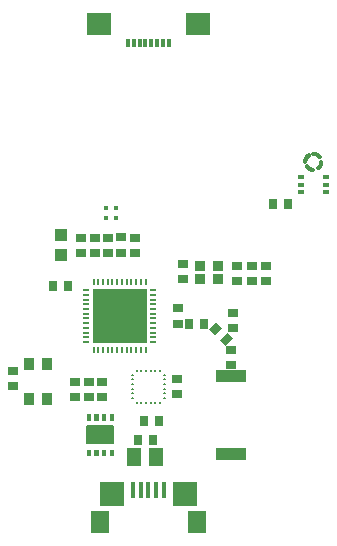
<source format=gtp>
G75*
%MOIN*%
%OFA0B0*%
%FSLAX25Y25*%
%IPPOS*%
%LPD*%
%AMOC8*
5,1,8,0,0,1.08239X$1,22.5*
%
%ADD10R,0.02756X0.03543*%
%ADD11R,0.03543X0.02756*%
%ADD12R,0.01969X0.00787*%
%ADD13R,0.00787X0.01969*%
%ADD14R,0.18110X0.18110*%
%ADD15R,0.04331X0.03937*%
%ADD16R,0.05118X0.05906*%
%ADD17C,0.00630*%
%ADD18C,0.00118*%
%ADD19R,0.03543X0.03937*%
%ADD20R,0.10000X0.04000*%
%ADD21R,0.01772X0.01772*%
%ADD22R,0.03740X0.03346*%
%ADD23R,0.08268X0.07874*%
%ADD24R,0.06299X0.07480*%
%ADD25R,0.01575X0.05315*%
%ADD26C,0.00787*%
%ADD27R,0.01181X0.03150*%
%ADD28R,0.07874X0.07480*%
%ADD29R,0.02362X0.01575*%
%ADD30C,0.01181*%
%ADD31R,0.00394X0.00394*%
D10*
X0088541Y0071550D03*
X0093659Y0071550D03*
G36*
X0101233Y0068654D02*
X0103182Y0066705D01*
X0100679Y0064202D01*
X0098730Y0066151D01*
X0101233Y0068654D01*
G37*
G36*
X0097614Y0072273D02*
X0099563Y0070324D01*
X0097060Y0067821D01*
X0095111Y0069770D01*
X0097614Y0072273D01*
G37*
X0043241Y0084350D03*
X0048359Y0084350D03*
X0078559Y0039333D03*
X0073441Y0039333D03*
X0076559Y0032750D03*
X0071441Y0032750D03*
X0121559Y0111500D03*
X0116441Y0111500D03*
D11*
X0085000Y0076709D03*
X0085000Y0071591D03*
X0109400Y0091009D03*
X0109400Y0085891D03*
X0114300Y0091009D03*
X0114300Y0085891D03*
X0104400Y0085891D03*
X0104400Y0091009D03*
X0086400Y0091609D03*
X0086400Y0086491D03*
X0057350Y0100259D03*
X0057350Y0095141D03*
X0052550Y0100259D03*
X0052550Y0095141D03*
X0059700Y0052209D03*
X0059700Y0047091D03*
X0050600Y0052209D03*
X0050600Y0047091D03*
X0055100Y0052209D03*
X0055100Y0047091D03*
X0030000Y0050691D03*
X0030000Y0055809D03*
X0070550Y0095191D03*
X0070550Y0100309D03*
X0061650Y0095191D03*
X0061650Y0100309D03*
X0065950Y0095241D03*
X0065950Y0100359D03*
X0102500Y0062809D03*
X0102500Y0057691D03*
X0103100Y0075309D03*
X0103100Y0070191D03*
X0084500Y0053309D03*
X0084500Y0048191D03*
D12*
X0054180Y0082811D03*
X0054180Y0081237D03*
X0054180Y0079662D03*
X0054180Y0078087D03*
X0054180Y0076512D03*
X0054180Y0074937D03*
X0054180Y0073363D03*
X0054180Y0071788D03*
X0054180Y0070213D03*
X0054180Y0068638D03*
X0054180Y0067063D03*
X0054180Y0065489D03*
X0076620Y0065489D03*
X0076620Y0067063D03*
X0076620Y0068638D03*
X0076620Y0070213D03*
X0076620Y0071788D03*
X0076620Y0073363D03*
X0076620Y0074937D03*
X0076620Y0076512D03*
X0076620Y0078087D03*
X0076620Y0079662D03*
X0076620Y0081237D03*
X0076620Y0082811D03*
D13*
X0056739Y0062930D03*
X0058313Y0062930D03*
X0059888Y0062930D03*
X0061463Y0062930D03*
X0063038Y0062930D03*
X0064613Y0062930D03*
X0066187Y0062930D03*
X0067762Y0062930D03*
X0069337Y0062930D03*
X0070912Y0062930D03*
X0072487Y0062930D03*
X0074061Y0062930D03*
X0074061Y0085370D03*
X0072487Y0085370D03*
X0070912Y0085370D03*
X0069337Y0085370D03*
X0067762Y0085370D03*
X0066187Y0085370D03*
X0064613Y0085370D03*
X0063038Y0085370D03*
X0061463Y0085370D03*
X0059888Y0085370D03*
X0058313Y0085370D03*
X0056739Y0085370D03*
D14*
X0065400Y0074150D03*
D15*
X0045850Y0094654D03*
X0045850Y0101346D03*
D16*
X0077640Y0027050D03*
X0070160Y0027050D03*
D17*
X0063209Y0037384D02*
X0063209Y0031716D01*
X0054391Y0031716D01*
X0054391Y0037384D01*
X0063209Y0037384D01*
X0063209Y0032345D02*
X0054391Y0032345D01*
X0054391Y0032974D02*
X0063209Y0032974D01*
X0063209Y0033603D02*
X0054391Y0033603D01*
X0054391Y0034232D02*
X0063209Y0034232D01*
X0063209Y0034861D02*
X0054391Y0034861D01*
X0054391Y0035490D02*
X0063209Y0035490D01*
X0063209Y0036119D02*
X0054391Y0036119D01*
X0054391Y0036748D02*
X0063209Y0036748D01*
X0063209Y0037377D02*
X0054391Y0037377D01*
D18*
X0055492Y0029569D02*
X0055492Y0027719D01*
X0054430Y0027719D01*
X0054430Y0029569D01*
X0055492Y0029569D01*
X0055492Y0027836D02*
X0054430Y0027836D01*
X0054430Y0027953D02*
X0055492Y0027953D01*
X0055492Y0028070D02*
X0054430Y0028070D01*
X0054430Y0028187D02*
X0055492Y0028187D01*
X0055492Y0028304D02*
X0054430Y0028304D01*
X0054430Y0028421D02*
X0055492Y0028421D01*
X0055492Y0028538D02*
X0054430Y0028538D01*
X0054430Y0028655D02*
X0055492Y0028655D01*
X0055492Y0028772D02*
X0054430Y0028772D01*
X0054430Y0028889D02*
X0055492Y0028889D01*
X0055492Y0029006D02*
X0054430Y0029006D01*
X0054430Y0029123D02*
X0055492Y0029123D01*
X0055492Y0029240D02*
X0054430Y0029240D01*
X0054430Y0029357D02*
X0055492Y0029357D01*
X0055492Y0029474D02*
X0054430Y0029474D01*
X0058051Y0029569D02*
X0058051Y0027719D01*
X0056989Y0027719D01*
X0056989Y0029569D01*
X0058051Y0029569D01*
X0058051Y0027836D02*
X0056989Y0027836D01*
X0056989Y0027953D02*
X0058051Y0027953D01*
X0058051Y0028070D02*
X0056989Y0028070D01*
X0056989Y0028187D02*
X0058051Y0028187D01*
X0058051Y0028304D02*
X0056989Y0028304D01*
X0056989Y0028421D02*
X0058051Y0028421D01*
X0058051Y0028538D02*
X0056989Y0028538D01*
X0056989Y0028655D02*
X0058051Y0028655D01*
X0058051Y0028772D02*
X0056989Y0028772D01*
X0056989Y0028889D02*
X0058051Y0028889D01*
X0058051Y0029006D02*
X0056989Y0029006D01*
X0056989Y0029123D02*
X0058051Y0029123D01*
X0058051Y0029240D02*
X0056989Y0029240D01*
X0056989Y0029357D02*
X0058051Y0029357D01*
X0058051Y0029474D02*
X0056989Y0029474D01*
X0060611Y0029569D02*
X0060611Y0027719D01*
X0059549Y0027719D01*
X0059549Y0029569D01*
X0060611Y0029569D01*
X0060611Y0027836D02*
X0059549Y0027836D01*
X0059549Y0027953D02*
X0060611Y0027953D01*
X0060611Y0028070D02*
X0059549Y0028070D01*
X0059549Y0028187D02*
X0060611Y0028187D01*
X0060611Y0028304D02*
X0059549Y0028304D01*
X0059549Y0028421D02*
X0060611Y0028421D01*
X0060611Y0028538D02*
X0059549Y0028538D01*
X0059549Y0028655D02*
X0060611Y0028655D01*
X0060611Y0028772D02*
X0059549Y0028772D01*
X0059549Y0028889D02*
X0060611Y0028889D01*
X0060611Y0029006D02*
X0059549Y0029006D01*
X0059549Y0029123D02*
X0060611Y0029123D01*
X0060611Y0029240D02*
X0059549Y0029240D01*
X0059549Y0029357D02*
X0060611Y0029357D01*
X0060611Y0029474D02*
X0059549Y0029474D01*
X0063170Y0029569D02*
X0063170Y0027719D01*
X0062108Y0027719D01*
X0062108Y0029569D01*
X0063170Y0029569D01*
X0063170Y0027836D02*
X0062108Y0027836D01*
X0062108Y0027953D02*
X0063170Y0027953D01*
X0063170Y0028070D02*
X0062108Y0028070D01*
X0062108Y0028187D02*
X0063170Y0028187D01*
X0063170Y0028304D02*
X0062108Y0028304D01*
X0062108Y0028421D02*
X0063170Y0028421D01*
X0063170Y0028538D02*
X0062108Y0028538D01*
X0062108Y0028655D02*
X0063170Y0028655D01*
X0063170Y0028772D02*
X0062108Y0028772D01*
X0062108Y0028889D02*
X0063170Y0028889D01*
X0063170Y0029006D02*
X0062108Y0029006D01*
X0062108Y0029123D02*
X0063170Y0029123D01*
X0063170Y0029240D02*
X0062108Y0029240D01*
X0062108Y0029357D02*
X0063170Y0029357D01*
X0063170Y0029474D02*
X0062108Y0029474D01*
X0063170Y0041381D02*
X0063170Y0039531D01*
X0062108Y0039531D01*
X0062108Y0041381D01*
X0063170Y0041381D01*
X0063170Y0039648D02*
X0062108Y0039648D01*
X0062108Y0039765D02*
X0063170Y0039765D01*
X0063170Y0039882D02*
X0062108Y0039882D01*
X0062108Y0039999D02*
X0063170Y0039999D01*
X0063170Y0040116D02*
X0062108Y0040116D01*
X0062108Y0040233D02*
X0063170Y0040233D01*
X0063170Y0040350D02*
X0062108Y0040350D01*
X0062108Y0040467D02*
X0063170Y0040467D01*
X0063170Y0040584D02*
X0062108Y0040584D01*
X0062108Y0040701D02*
X0063170Y0040701D01*
X0063170Y0040818D02*
X0062108Y0040818D01*
X0062108Y0040935D02*
X0063170Y0040935D01*
X0063170Y0041052D02*
X0062108Y0041052D01*
X0062108Y0041169D02*
X0063170Y0041169D01*
X0063170Y0041286D02*
X0062108Y0041286D01*
X0060611Y0041381D02*
X0060611Y0039531D01*
X0059549Y0039531D01*
X0059549Y0041381D01*
X0060611Y0041381D01*
X0060611Y0039648D02*
X0059549Y0039648D01*
X0059549Y0039765D02*
X0060611Y0039765D01*
X0060611Y0039882D02*
X0059549Y0039882D01*
X0059549Y0039999D02*
X0060611Y0039999D01*
X0060611Y0040116D02*
X0059549Y0040116D01*
X0059549Y0040233D02*
X0060611Y0040233D01*
X0060611Y0040350D02*
X0059549Y0040350D01*
X0059549Y0040467D02*
X0060611Y0040467D01*
X0060611Y0040584D02*
X0059549Y0040584D01*
X0059549Y0040701D02*
X0060611Y0040701D01*
X0060611Y0040818D02*
X0059549Y0040818D01*
X0059549Y0040935D02*
X0060611Y0040935D01*
X0060611Y0041052D02*
X0059549Y0041052D01*
X0059549Y0041169D02*
X0060611Y0041169D01*
X0060611Y0041286D02*
X0059549Y0041286D01*
X0058051Y0041381D02*
X0058051Y0039531D01*
X0056989Y0039531D01*
X0056989Y0041381D01*
X0058051Y0041381D01*
X0058051Y0039648D02*
X0056989Y0039648D01*
X0056989Y0039765D02*
X0058051Y0039765D01*
X0058051Y0039882D02*
X0056989Y0039882D01*
X0056989Y0039999D02*
X0058051Y0039999D01*
X0058051Y0040116D02*
X0056989Y0040116D01*
X0056989Y0040233D02*
X0058051Y0040233D01*
X0058051Y0040350D02*
X0056989Y0040350D01*
X0056989Y0040467D02*
X0058051Y0040467D01*
X0058051Y0040584D02*
X0056989Y0040584D01*
X0056989Y0040701D02*
X0058051Y0040701D01*
X0058051Y0040818D02*
X0056989Y0040818D01*
X0056989Y0040935D02*
X0058051Y0040935D01*
X0058051Y0041052D02*
X0056989Y0041052D01*
X0056989Y0041169D02*
X0058051Y0041169D01*
X0058051Y0041286D02*
X0056989Y0041286D01*
X0055492Y0041381D02*
X0055492Y0039531D01*
X0054430Y0039531D01*
X0054430Y0041381D01*
X0055492Y0041381D01*
X0055492Y0039648D02*
X0054430Y0039648D01*
X0054430Y0039765D02*
X0055492Y0039765D01*
X0055492Y0039882D02*
X0054430Y0039882D01*
X0054430Y0039999D02*
X0055492Y0039999D01*
X0055492Y0040116D02*
X0054430Y0040116D01*
X0054430Y0040233D02*
X0055492Y0040233D01*
X0055492Y0040350D02*
X0054430Y0040350D01*
X0054430Y0040467D02*
X0055492Y0040467D01*
X0055492Y0040584D02*
X0054430Y0040584D01*
X0054430Y0040701D02*
X0055492Y0040701D01*
X0055492Y0040818D02*
X0054430Y0040818D01*
X0054430Y0040935D02*
X0055492Y0040935D01*
X0055492Y0041052D02*
X0054430Y0041052D01*
X0054430Y0041169D02*
X0055492Y0041169D01*
X0055492Y0041286D02*
X0054430Y0041286D01*
D19*
X0035147Y0046641D03*
X0041053Y0046641D03*
X0041053Y0058059D03*
X0035147Y0058059D03*
D20*
X0102500Y0054250D03*
X0102500Y0028250D03*
D21*
X0060827Y0110223D03*
X0064173Y0110223D03*
X0064173Y0106877D03*
X0060827Y0106877D03*
D22*
X0092346Y0086486D03*
X0098054Y0086486D03*
X0098054Y0091014D03*
X0092346Y0091014D03*
D23*
X0062795Y0014852D03*
X0087205Y0014852D03*
D24*
X0058858Y0005600D03*
X0091142Y0005600D03*
D25*
X0069882Y0016131D03*
X0072441Y0016131D03*
X0075000Y0016131D03*
X0077559Y0016131D03*
X0080118Y0016131D03*
D26*
X0069882Y0054687D02*
X0069882Y0054687D01*
X0069488Y0054687D01*
X0069488Y0054687D01*
X0069882Y0054687D01*
X0069882Y0053112D02*
X0069882Y0053112D01*
X0069488Y0053112D01*
X0069488Y0053112D01*
X0069882Y0053112D01*
X0069882Y0051537D02*
X0069882Y0051537D01*
X0069488Y0051537D01*
X0069488Y0051537D01*
X0069882Y0051537D01*
X0069882Y0049963D02*
X0069882Y0049963D01*
X0069488Y0049963D01*
X0069488Y0049963D01*
X0069882Y0049963D01*
X0069882Y0048388D02*
X0069882Y0048388D01*
X0069488Y0048388D01*
X0069488Y0048388D01*
X0069882Y0048388D01*
X0069882Y0046813D02*
X0069882Y0046813D01*
X0069488Y0046813D01*
X0069488Y0046813D01*
X0069882Y0046813D01*
X0071063Y0045238D02*
X0071063Y0045238D01*
X0071063Y0045632D01*
X0071063Y0045632D01*
X0071063Y0045238D01*
X0072638Y0045238D02*
X0072638Y0045238D01*
X0072638Y0045632D01*
X0072638Y0045632D01*
X0072638Y0045238D01*
X0074213Y0045238D02*
X0074213Y0045238D01*
X0074213Y0045632D01*
X0074213Y0045632D01*
X0074213Y0045238D01*
X0075787Y0045238D02*
X0075787Y0045238D01*
X0075787Y0045632D01*
X0075787Y0045632D01*
X0075787Y0045238D01*
X0077362Y0045238D02*
X0077362Y0045238D01*
X0077362Y0045632D01*
X0077362Y0045632D01*
X0077362Y0045238D01*
X0078937Y0045238D02*
X0078937Y0045238D01*
X0078937Y0045632D01*
X0078937Y0045632D01*
X0078937Y0045238D01*
X0080512Y0046813D02*
X0080512Y0046813D01*
X0080118Y0046813D01*
X0080118Y0046813D01*
X0080512Y0046813D01*
X0080512Y0048388D02*
X0080512Y0048388D01*
X0080118Y0048388D01*
X0080118Y0048388D01*
X0080512Y0048388D01*
X0080512Y0049963D02*
X0080512Y0049963D01*
X0080118Y0049963D01*
X0080118Y0049963D01*
X0080512Y0049963D01*
X0080512Y0051537D02*
X0080512Y0051537D01*
X0080118Y0051537D01*
X0080118Y0051537D01*
X0080512Y0051537D01*
X0080512Y0053112D02*
X0080512Y0053112D01*
X0080118Y0053112D01*
X0080118Y0053112D01*
X0080512Y0053112D01*
X0080512Y0054687D02*
X0080512Y0054687D01*
X0080118Y0054687D01*
X0080118Y0054687D01*
X0080512Y0054687D01*
X0078937Y0056262D02*
X0078937Y0056262D01*
X0078937Y0055868D01*
X0078937Y0055868D01*
X0078937Y0056262D01*
X0077362Y0055868D02*
X0077362Y0055868D01*
X0077362Y0056262D01*
X0077362Y0056262D01*
X0077362Y0055868D01*
X0075787Y0055868D02*
X0075787Y0055868D01*
X0075787Y0056262D01*
X0075787Y0056262D01*
X0075787Y0055868D01*
X0074213Y0055868D02*
X0074213Y0055868D01*
X0074213Y0056262D01*
X0074213Y0056262D01*
X0074213Y0055868D01*
X0072638Y0055868D02*
X0072638Y0055868D01*
X0072638Y0056262D01*
X0072638Y0056262D01*
X0072638Y0055868D01*
X0071063Y0055868D02*
X0071063Y0055868D01*
X0071063Y0056262D01*
X0071063Y0056262D01*
X0071063Y0055868D01*
D27*
X0081890Y0165157D03*
X0079921Y0165157D03*
X0077953Y0165157D03*
X0075984Y0165157D03*
X0074016Y0165157D03*
X0072047Y0165157D03*
X0070079Y0165157D03*
X0068110Y0165157D03*
D28*
X0058465Y0171457D03*
X0091535Y0171457D03*
D29*
X0125768Y0120559D03*
X0125768Y0118000D03*
X0125768Y0115441D03*
X0134232Y0115441D03*
X0134232Y0118000D03*
X0134232Y0120559D03*
D30*
X0127361Y0125559D02*
X0127356Y0125654D01*
X0127354Y0125749D01*
X0127356Y0125843D01*
X0127362Y0125938D01*
X0127372Y0126032D01*
X0127385Y0126126D01*
X0127403Y0126219D01*
X0127424Y0126311D01*
X0127449Y0126403D01*
X0127478Y0126493D01*
X0127510Y0126582D01*
X0127546Y0126669D01*
X0127586Y0126756D01*
X0127629Y0126840D01*
X0127675Y0126923D01*
X0127725Y0127003D01*
X0127778Y0127082D01*
X0127834Y0127158D01*
X0127893Y0127232D01*
X0127955Y0127303D01*
X0128020Y0127372D01*
X0128088Y0127439D01*
X0128158Y0127502D01*
X0128231Y0127562D01*
X0128307Y0127620D01*
X0128384Y0127674D01*
X0128464Y0127725D01*
X0127834Y0124063D02*
X0127885Y0123983D01*
X0127939Y0123906D01*
X0127997Y0123830D01*
X0128057Y0123757D01*
X0128120Y0123687D01*
X0128187Y0123619D01*
X0128256Y0123554D01*
X0128327Y0123492D01*
X0128401Y0123433D01*
X0128477Y0123377D01*
X0128556Y0123324D01*
X0128636Y0123274D01*
X0128719Y0123228D01*
X0128803Y0123185D01*
X0128890Y0123145D01*
X0128977Y0123109D01*
X0129066Y0123077D01*
X0129156Y0123048D01*
X0129248Y0123023D01*
X0129340Y0123002D01*
X0129433Y0122984D01*
X0129527Y0122971D01*
X0129621Y0122961D01*
X0129716Y0122955D01*
X0129810Y0122953D01*
X0129905Y0122955D01*
X0130000Y0122960D01*
X0132126Y0127095D02*
X0132075Y0127175D01*
X0132021Y0127252D01*
X0131963Y0127328D01*
X0131903Y0127401D01*
X0131840Y0127471D01*
X0131773Y0127539D01*
X0131704Y0127604D01*
X0131633Y0127666D01*
X0131559Y0127725D01*
X0131483Y0127781D01*
X0131404Y0127834D01*
X0131324Y0127884D01*
X0131241Y0127930D01*
X0131157Y0127973D01*
X0131070Y0128013D01*
X0130983Y0128049D01*
X0130894Y0128081D01*
X0130804Y0128110D01*
X0130712Y0128135D01*
X0130620Y0128156D01*
X0130527Y0128174D01*
X0130433Y0128187D01*
X0130339Y0128197D01*
X0130244Y0128203D01*
X0130150Y0128205D01*
X0130055Y0128203D01*
X0129960Y0128198D01*
X0132639Y0125599D02*
X0132644Y0125504D01*
X0132646Y0125409D01*
X0132644Y0125315D01*
X0132638Y0125220D01*
X0132628Y0125126D01*
X0132615Y0125032D01*
X0132597Y0124939D01*
X0132576Y0124847D01*
X0132551Y0124755D01*
X0132522Y0124665D01*
X0132490Y0124576D01*
X0132454Y0124489D01*
X0132414Y0124402D01*
X0132371Y0124318D01*
X0132325Y0124235D01*
X0132275Y0124155D01*
X0132222Y0124076D01*
X0132166Y0124000D01*
X0132107Y0123926D01*
X0132045Y0123855D01*
X0131980Y0123786D01*
X0131912Y0123719D01*
X0131842Y0123656D01*
X0131769Y0123596D01*
X0131693Y0123538D01*
X0131616Y0123484D01*
X0131536Y0123433D01*
D31*
X0130000Y0128236D03*
X0130000Y0122724D03*
X0132756Y0125480D03*
X0127244Y0125874D03*
M02*

</source>
